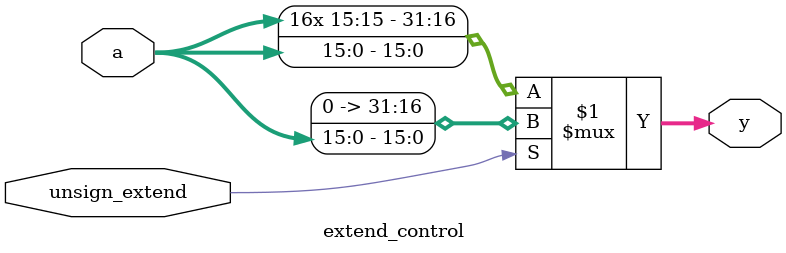
<source format=v>
module extend_control(
	input wire unsign_extend,
	input wire[15:0] a,
	output wire[31:0] y
    );
	
	assign y = (unsign_extend)?{16'b0, a}:{{16{a[15]}}, a};
endmodule
</source>
